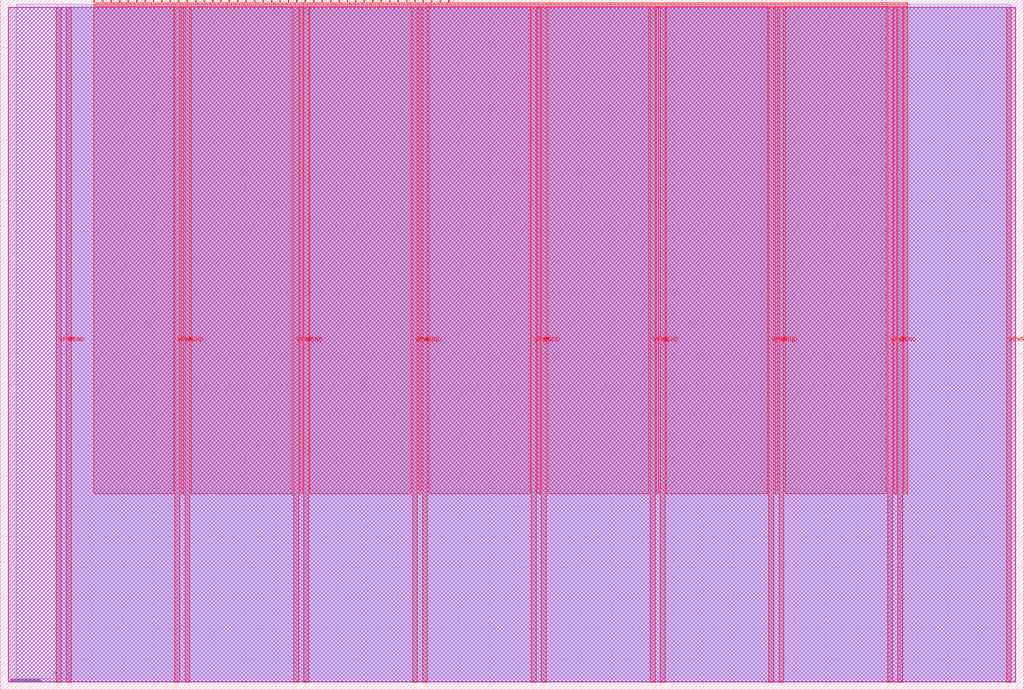
<source format=lef>
VERSION 5.7 ;
  NOWIREEXTENSIONATPIN ON ;
  DIVIDERCHAR "/" ;
  BUSBITCHARS "[]" ;
MACRO tt_um_enjimneering_tts_top
  CLASS BLOCK ;
  FOREIGN tt_um_enjimneering_tts_top ;
  ORIGIN 0.000 0.000 ;
  SIZE 334.880 BY 225.760 ;
  PIN VGND
    DIRECTION INOUT ;
    USE GROUND ;
    PORT
      LAYER met4 ;
        RECT 21.580 2.480 23.180 223.280 ;
    END
    PORT
      LAYER met4 ;
        RECT 60.450 2.480 62.050 223.280 ;
    END
    PORT
      LAYER met4 ;
        RECT 99.320 2.480 100.920 223.280 ;
    END
    PORT
      LAYER met4 ;
        RECT 138.190 2.480 139.790 223.280 ;
    END
    PORT
      LAYER met4 ;
        RECT 177.060 2.480 178.660 223.280 ;
    END
    PORT
      LAYER met4 ;
        RECT 215.930 2.480 217.530 223.280 ;
    END
    PORT
      LAYER met4 ;
        RECT 254.800 2.480 256.400 223.280 ;
    END
    PORT
      LAYER met4 ;
        RECT 293.670 2.480 295.270 223.280 ;
    END
  END VGND
  PIN VPWR
    DIRECTION INOUT ;
    USE POWER ;
    PORT
      LAYER met4 ;
        RECT 18.280 2.480 19.880 223.280 ;
    END
    PORT
      LAYER met4 ;
        RECT 57.150 2.480 58.750 223.280 ;
    END
    PORT
      LAYER met4 ;
        RECT 96.020 2.480 97.620 223.280 ;
    END
    PORT
      LAYER met4 ;
        RECT 134.890 2.480 136.490 223.280 ;
    END
    PORT
      LAYER met4 ;
        RECT 173.760 2.480 175.360 223.280 ;
    END
    PORT
      LAYER met4 ;
        RECT 212.630 2.480 214.230 223.280 ;
    END
    PORT
      LAYER met4 ;
        RECT 251.500 2.480 253.100 223.280 ;
    END
    PORT
      LAYER met4 ;
        RECT 290.370 2.480 291.970 223.280 ;
    END
    PORT
      LAYER met4 ;
        RECT 329.240 2.480 330.840 223.280 ;
    END
  END VPWR
  PIN clk
    DIRECTION INPUT ;
    USE SIGNAL ;
    ANTENNAGATEAREA 0.852000 ;
    PORT
      LAYER met4 ;
        RECT 143.830 224.760 144.130 225.760 ;
    END
  END clk
  PIN ena
    DIRECTION INPUT ;
    USE SIGNAL ;
    PORT
      LAYER met4 ;
        RECT 146.590 224.760 146.890 225.760 ;
    END
  END ena
  PIN rst_n
    DIRECTION INPUT ;
    USE SIGNAL ;
    ANTENNAGATEAREA 0.213000 ;
    PORT
      LAYER met4 ;
        RECT 141.070 224.760 141.370 225.760 ;
    END
  END rst_n
  PIN ui_in[0]
    DIRECTION INPUT ;
    USE SIGNAL ;
    ANTENNAGATEAREA 0.196500 ;
    PORT
      LAYER met4 ;
        RECT 138.310 224.760 138.610 225.760 ;
    END
  END ui_in[0]
  PIN ui_in[1]
    DIRECTION INPUT ;
    USE SIGNAL ;
    PORT
      LAYER met4 ;
        RECT 135.550 224.760 135.850 225.760 ;
    END
  END ui_in[1]
  PIN ui_in[2]
    DIRECTION INPUT ;
    USE SIGNAL ;
    PORT
      LAYER met4 ;
        RECT 132.790 224.760 133.090 225.760 ;
    END
  END ui_in[2]
  PIN ui_in[3]
    DIRECTION INPUT ;
    USE SIGNAL ;
    PORT
      LAYER met4 ;
        RECT 130.030 224.760 130.330 225.760 ;
    END
  END ui_in[3]
  PIN ui_in[4]
    DIRECTION INPUT ;
    USE SIGNAL ;
    ANTENNAGATEAREA 0.196500 ;
    PORT
      LAYER met4 ;
        RECT 127.270 224.760 127.570 225.760 ;
    END
  END ui_in[4]
  PIN ui_in[5]
    DIRECTION INPUT ;
    USE SIGNAL ;
    ANTENNAGATEAREA 0.196500 ;
    PORT
      LAYER met4 ;
        RECT 124.510 224.760 124.810 225.760 ;
    END
  END ui_in[5]
  PIN ui_in[6]
    DIRECTION INPUT ;
    USE SIGNAL ;
    ANTENNAGATEAREA 0.196500 ;
    PORT
      LAYER met4 ;
        RECT 121.750 224.760 122.050 225.760 ;
    END
  END ui_in[6]
  PIN ui_in[7]
    DIRECTION INPUT ;
    USE SIGNAL ;
    PORT
      LAYER met4 ;
        RECT 118.990 224.760 119.290 225.760 ;
    END
  END ui_in[7]
  PIN uio_in[0]
    DIRECTION INPUT ;
    USE SIGNAL ;
    PORT
      LAYER met4 ;
        RECT 116.230 224.760 116.530 225.760 ;
    END
  END uio_in[0]
  PIN uio_in[1]
    DIRECTION INPUT ;
    USE SIGNAL ;
    PORT
      LAYER met4 ;
        RECT 113.470 224.760 113.770 225.760 ;
    END
  END uio_in[1]
  PIN uio_in[2]
    DIRECTION INPUT ;
    USE SIGNAL ;
    PORT
      LAYER met4 ;
        RECT 110.710 224.760 111.010 225.760 ;
    END
  END uio_in[2]
  PIN uio_in[3]
    DIRECTION INPUT ;
    USE SIGNAL ;
    PORT
      LAYER met4 ;
        RECT 107.950 224.760 108.250 225.760 ;
    END
  END uio_in[3]
  PIN uio_in[4]
    DIRECTION INPUT ;
    USE SIGNAL ;
    PORT
      LAYER met4 ;
        RECT 105.190 224.760 105.490 225.760 ;
    END
  END uio_in[4]
  PIN uio_in[5]
    DIRECTION INPUT ;
    USE SIGNAL ;
    PORT
      LAYER met4 ;
        RECT 102.430 224.760 102.730 225.760 ;
    END
  END uio_in[5]
  PIN uio_in[6]
    DIRECTION INPUT ;
    USE SIGNAL ;
    PORT
      LAYER met4 ;
        RECT 99.670 224.760 99.970 225.760 ;
    END
  END uio_in[6]
  PIN uio_in[7]
    DIRECTION INPUT ;
    USE SIGNAL ;
    PORT
      LAYER met4 ;
        RECT 96.910 224.760 97.210 225.760 ;
    END
  END uio_in[7]
  PIN uio_oe[0]
    DIRECTION OUTPUT ;
    USE SIGNAL ;
    PORT
      LAYER met4 ;
        RECT 49.990 224.760 50.290 225.760 ;
    END
  END uio_oe[0]
  PIN uio_oe[1]
    DIRECTION OUTPUT ;
    USE SIGNAL ;
    PORT
      LAYER met4 ;
        RECT 47.230 224.760 47.530 225.760 ;
    END
  END uio_oe[1]
  PIN uio_oe[2]
    DIRECTION OUTPUT ;
    USE SIGNAL ;
    PORT
      LAYER met4 ;
        RECT 44.470 224.760 44.770 225.760 ;
    END
  END uio_oe[2]
  PIN uio_oe[3]
    DIRECTION OUTPUT ;
    USE SIGNAL ;
    PORT
      LAYER met4 ;
        RECT 41.710 224.760 42.010 225.760 ;
    END
  END uio_oe[3]
  PIN uio_oe[4]
    DIRECTION OUTPUT ;
    USE SIGNAL ;
    PORT
      LAYER met4 ;
        RECT 38.950 224.760 39.250 225.760 ;
    END
  END uio_oe[4]
  PIN uio_oe[5]
    DIRECTION OUTPUT ;
    USE SIGNAL ;
    PORT
      LAYER met4 ;
        RECT 36.190 224.760 36.490 225.760 ;
    END
  END uio_oe[5]
  PIN uio_oe[6]
    DIRECTION OUTPUT ;
    USE SIGNAL ;
    PORT
      LAYER met4 ;
        RECT 33.430 224.760 33.730 225.760 ;
    END
  END uio_oe[6]
  PIN uio_oe[7]
    DIRECTION OUTPUT ;
    USE SIGNAL ;
    PORT
      LAYER met4 ;
        RECT 30.670 224.760 30.970 225.760 ;
    END
  END uio_oe[7]
  PIN uio_out[0]
    DIRECTION OUTPUT ;
    USE SIGNAL ;
    PORT
      LAYER met4 ;
        RECT 72.070 224.760 72.370 225.760 ;
    END
  END uio_out[0]
  PIN uio_out[1]
    DIRECTION OUTPUT ;
    USE SIGNAL ;
    ANTENNADIFFAREA 0.445500 ;
    PORT
      LAYER met4 ;
        RECT 69.310 224.760 69.610 225.760 ;
    END
  END uio_out[1]
  PIN uio_out[2]
    DIRECTION OUTPUT ;
    USE SIGNAL ;
    ANTENNADIFFAREA 0.445500 ;
    PORT
      LAYER met4 ;
        RECT 66.550 224.760 66.850 225.760 ;
    END
  END uio_out[2]
  PIN uio_out[3]
    DIRECTION OUTPUT ;
    USE SIGNAL ;
    PORT
      LAYER met4 ;
        RECT 63.790 224.760 64.090 225.760 ;
    END
  END uio_out[3]
  PIN uio_out[4]
    DIRECTION OUTPUT ;
    USE SIGNAL ;
    PORT
      LAYER met4 ;
        RECT 61.030 224.760 61.330 225.760 ;
    END
  END uio_out[4]
  PIN uio_out[5]
    DIRECTION OUTPUT ;
    USE SIGNAL ;
    PORT
      LAYER met4 ;
        RECT 58.270 224.760 58.570 225.760 ;
    END
  END uio_out[5]
  PIN uio_out[6]
    DIRECTION OUTPUT ;
    USE SIGNAL ;
    PORT
      LAYER met4 ;
        RECT 55.510 224.760 55.810 225.760 ;
    END
  END uio_out[6]
  PIN uio_out[7]
    DIRECTION OUTPUT ;
    USE SIGNAL ;
    ANTENNADIFFAREA 0.445500 ;
    PORT
      LAYER met4 ;
        RECT 52.750 224.760 53.050 225.760 ;
    END
  END uio_out[7]
  PIN uo_out[0]
    DIRECTION OUTPUT ;
    USE SIGNAL ;
    ANTENNADIFFAREA 0.445500 ;
    PORT
      LAYER met4 ;
        RECT 94.150 224.760 94.450 225.760 ;
    END
  END uo_out[0]
  PIN uo_out[1]
    DIRECTION OUTPUT ;
    USE SIGNAL ;
    ANTENNADIFFAREA 0.445500 ;
    PORT
      LAYER met4 ;
        RECT 91.390 224.760 91.690 225.760 ;
    END
  END uo_out[1]
  PIN uo_out[2]
    DIRECTION OUTPUT ;
    USE SIGNAL ;
    ANTENNADIFFAREA 0.445500 ;
    PORT
      LAYER met4 ;
        RECT 88.630 224.760 88.930 225.760 ;
    END
  END uo_out[2]
  PIN uo_out[3]
    DIRECTION OUTPUT ;
    USE SIGNAL ;
    ANTENNADIFFAREA 0.795200 ;
    PORT
      LAYER met4 ;
        RECT 85.870 224.760 86.170 225.760 ;
    END
  END uo_out[3]
  PIN uo_out[4]
    DIRECTION OUTPUT ;
    USE SIGNAL ;
    ANTENNAGATEAREA 0.159000 ;
    ANTENNADIFFAREA 0.445500 ;
    PORT
      LAYER met4 ;
        RECT 83.110 224.760 83.410 225.760 ;
    END
  END uo_out[4]
  PIN uo_out[5]
    DIRECTION OUTPUT ;
    USE SIGNAL ;
    ANTENNAGATEAREA 0.159000 ;
    ANTENNADIFFAREA 0.445500 ;
    PORT
      LAYER met4 ;
        RECT 80.350 224.760 80.650 225.760 ;
    END
  END uo_out[5]
  PIN uo_out[6]
    DIRECTION OUTPUT ;
    USE SIGNAL ;
    ANTENNAGATEAREA 0.159000 ;
    ANTENNADIFFAREA 0.445500 ;
    PORT
      LAYER met4 ;
        RECT 77.590 224.760 77.890 225.760 ;
    END
  END uo_out[6]
  PIN uo_out[7]
    DIRECTION OUTPUT ;
    USE SIGNAL ;
    ANTENNADIFFAREA 0.445500 ;
    PORT
      LAYER met4 ;
        RECT 74.830 224.760 75.130 225.760 ;
    END
  END uo_out[7]
  OBS
      LAYER nwell ;
        RECT 2.570 2.635 332.310 223.230 ;
      LAYER li1 ;
        RECT 2.760 2.635 332.120 223.125 ;
      LAYER met1 ;
        RECT 2.760 2.480 332.120 223.280 ;
      LAYER met2 ;
        RECT 5.160 2.535 330.810 224.245 ;
      LAYER met3 ;
        RECT 18.290 2.555 330.830 224.225 ;
      LAYER met4 ;
        RECT 31.370 224.360 33.030 224.760 ;
        RECT 34.130 224.360 35.790 224.760 ;
        RECT 36.890 224.360 38.550 224.760 ;
        RECT 39.650 224.360 41.310 224.760 ;
        RECT 42.410 224.360 44.070 224.760 ;
        RECT 45.170 224.360 46.830 224.760 ;
        RECT 47.930 224.360 49.590 224.760 ;
        RECT 50.690 224.360 52.350 224.760 ;
        RECT 53.450 224.360 55.110 224.760 ;
        RECT 56.210 224.360 57.870 224.760 ;
        RECT 58.970 224.360 60.630 224.760 ;
        RECT 61.730 224.360 63.390 224.760 ;
        RECT 64.490 224.360 66.150 224.760 ;
        RECT 67.250 224.360 68.910 224.760 ;
        RECT 70.010 224.360 71.670 224.760 ;
        RECT 72.770 224.360 74.430 224.760 ;
        RECT 75.530 224.360 77.190 224.760 ;
        RECT 78.290 224.360 79.950 224.760 ;
        RECT 81.050 224.360 82.710 224.760 ;
        RECT 83.810 224.360 85.470 224.760 ;
        RECT 86.570 224.360 88.230 224.760 ;
        RECT 89.330 224.360 90.990 224.760 ;
        RECT 92.090 224.360 93.750 224.760 ;
        RECT 94.850 224.360 96.510 224.760 ;
        RECT 97.610 224.360 99.270 224.760 ;
        RECT 100.370 224.360 102.030 224.760 ;
        RECT 103.130 224.360 104.790 224.760 ;
        RECT 105.890 224.360 107.550 224.760 ;
        RECT 108.650 224.360 110.310 224.760 ;
        RECT 111.410 224.360 113.070 224.760 ;
        RECT 114.170 224.360 115.830 224.760 ;
        RECT 116.930 224.360 118.590 224.760 ;
        RECT 119.690 224.360 121.350 224.760 ;
        RECT 122.450 224.360 124.110 224.760 ;
        RECT 125.210 224.360 126.870 224.760 ;
        RECT 127.970 224.360 129.630 224.760 ;
        RECT 130.730 224.360 132.390 224.760 ;
        RECT 133.490 224.360 135.150 224.760 ;
        RECT 136.250 224.360 137.910 224.760 ;
        RECT 139.010 224.360 140.670 224.760 ;
        RECT 141.770 224.360 143.430 224.760 ;
        RECT 144.530 224.360 146.190 224.760 ;
        RECT 147.290 224.360 296.865 224.760 ;
        RECT 30.655 223.680 296.865 224.360 ;
        RECT 30.655 64.095 56.750 223.680 ;
        RECT 59.150 64.095 60.050 223.680 ;
        RECT 62.450 64.095 95.620 223.680 ;
        RECT 98.020 64.095 98.920 223.680 ;
        RECT 101.320 64.095 134.490 223.680 ;
        RECT 136.890 64.095 137.790 223.680 ;
        RECT 140.190 64.095 173.360 223.680 ;
        RECT 175.760 64.095 176.660 223.680 ;
        RECT 179.060 64.095 212.230 223.680 ;
        RECT 214.630 64.095 215.530 223.680 ;
        RECT 217.930 64.095 251.100 223.680 ;
        RECT 253.500 64.095 254.400 223.680 ;
        RECT 256.800 64.095 289.970 223.680 ;
        RECT 292.370 64.095 293.270 223.680 ;
        RECT 295.670 64.095 296.865 223.680 ;
  END
END tt_um_enjimneering_tts_top
END LIBRARY


</source>
